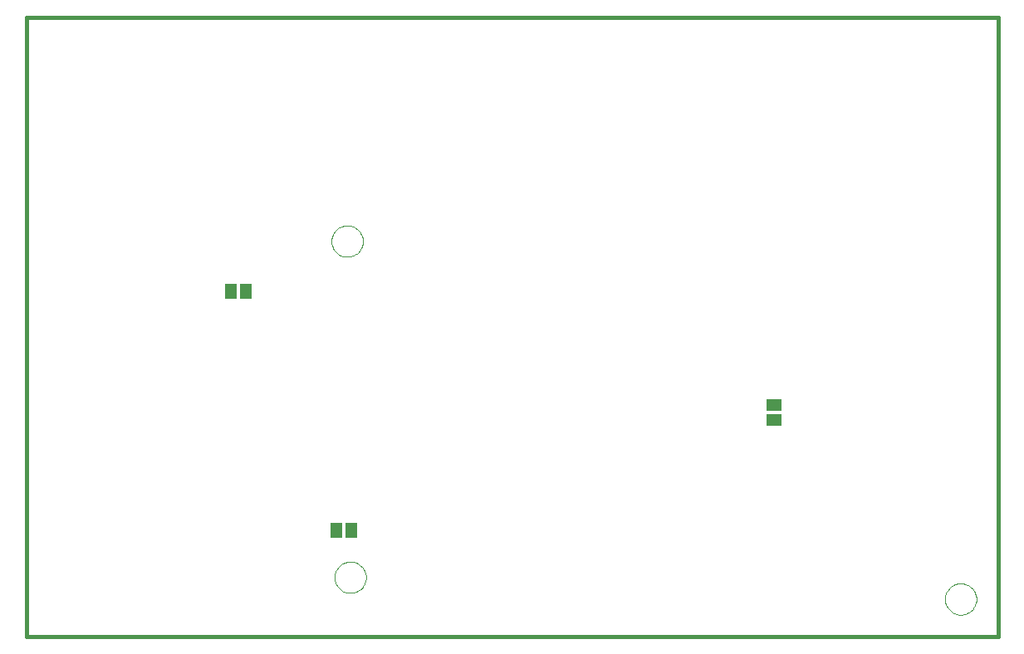
<source format=gtp>
G75*
%MOIN*%
%OFA0B0*%
%FSLAX24Y24*%
%IPPOS*%
%LPD*%
%AMOC8*
5,1,8,0,0,1.08239X$1,22.5*
%
%ADD10C,0.0160*%
%ADD11C,0.0000*%
%ADD12R,0.0460X0.0630*%
%ADD13R,0.0630X0.0460*%
D10*
X003260Y001095D02*
X003260Y025966D01*
X042260Y025970D01*
X042260Y001095D01*
X003260Y001095D01*
D11*
X015630Y003470D02*
X015632Y003520D01*
X015638Y003570D01*
X015648Y003619D01*
X015662Y003667D01*
X015679Y003714D01*
X015700Y003759D01*
X015725Y003803D01*
X015753Y003844D01*
X015785Y003883D01*
X015819Y003920D01*
X015856Y003954D01*
X015896Y003984D01*
X015938Y004011D01*
X015982Y004035D01*
X016028Y004056D01*
X016075Y004072D01*
X016123Y004085D01*
X016173Y004094D01*
X016222Y004099D01*
X016273Y004100D01*
X016323Y004097D01*
X016372Y004090D01*
X016421Y004079D01*
X016469Y004064D01*
X016515Y004046D01*
X016560Y004024D01*
X016603Y003998D01*
X016644Y003969D01*
X016683Y003937D01*
X016719Y003902D01*
X016751Y003864D01*
X016781Y003824D01*
X016808Y003781D01*
X016831Y003737D01*
X016850Y003691D01*
X016866Y003643D01*
X016878Y003594D01*
X016886Y003545D01*
X016890Y003495D01*
X016890Y003445D01*
X016886Y003395D01*
X016878Y003346D01*
X016866Y003297D01*
X016850Y003249D01*
X016831Y003203D01*
X016808Y003159D01*
X016781Y003116D01*
X016751Y003076D01*
X016719Y003038D01*
X016683Y003003D01*
X016644Y002971D01*
X016603Y002942D01*
X016560Y002916D01*
X016515Y002894D01*
X016469Y002876D01*
X016421Y002861D01*
X016372Y002850D01*
X016323Y002843D01*
X016273Y002840D01*
X016222Y002841D01*
X016173Y002846D01*
X016123Y002855D01*
X016075Y002868D01*
X016028Y002884D01*
X015982Y002905D01*
X015938Y002929D01*
X015896Y002956D01*
X015856Y002986D01*
X015819Y003020D01*
X015785Y003057D01*
X015753Y003096D01*
X015725Y003137D01*
X015700Y003181D01*
X015679Y003226D01*
X015662Y003273D01*
X015648Y003321D01*
X015638Y003370D01*
X015632Y003420D01*
X015630Y003470D01*
X015505Y016970D02*
X015507Y017020D01*
X015513Y017070D01*
X015523Y017119D01*
X015537Y017167D01*
X015554Y017214D01*
X015575Y017259D01*
X015600Y017303D01*
X015628Y017344D01*
X015660Y017383D01*
X015694Y017420D01*
X015731Y017454D01*
X015771Y017484D01*
X015813Y017511D01*
X015857Y017535D01*
X015903Y017556D01*
X015950Y017572D01*
X015998Y017585D01*
X016048Y017594D01*
X016097Y017599D01*
X016148Y017600D01*
X016198Y017597D01*
X016247Y017590D01*
X016296Y017579D01*
X016344Y017564D01*
X016390Y017546D01*
X016435Y017524D01*
X016478Y017498D01*
X016519Y017469D01*
X016558Y017437D01*
X016594Y017402D01*
X016626Y017364D01*
X016656Y017324D01*
X016683Y017281D01*
X016706Y017237D01*
X016725Y017191D01*
X016741Y017143D01*
X016753Y017094D01*
X016761Y017045D01*
X016765Y016995D01*
X016765Y016945D01*
X016761Y016895D01*
X016753Y016846D01*
X016741Y016797D01*
X016725Y016749D01*
X016706Y016703D01*
X016683Y016659D01*
X016656Y016616D01*
X016626Y016576D01*
X016594Y016538D01*
X016558Y016503D01*
X016519Y016471D01*
X016478Y016442D01*
X016435Y016416D01*
X016390Y016394D01*
X016344Y016376D01*
X016296Y016361D01*
X016247Y016350D01*
X016198Y016343D01*
X016148Y016340D01*
X016097Y016341D01*
X016048Y016346D01*
X015998Y016355D01*
X015950Y016368D01*
X015903Y016384D01*
X015857Y016405D01*
X015813Y016429D01*
X015771Y016456D01*
X015731Y016486D01*
X015694Y016520D01*
X015660Y016557D01*
X015628Y016596D01*
X015600Y016637D01*
X015575Y016681D01*
X015554Y016726D01*
X015537Y016773D01*
X015523Y016821D01*
X015513Y016870D01*
X015507Y016920D01*
X015505Y016970D01*
X040130Y002595D02*
X040132Y002645D01*
X040138Y002695D01*
X040148Y002744D01*
X040162Y002792D01*
X040179Y002839D01*
X040200Y002884D01*
X040225Y002928D01*
X040253Y002969D01*
X040285Y003008D01*
X040319Y003045D01*
X040356Y003079D01*
X040396Y003109D01*
X040438Y003136D01*
X040482Y003160D01*
X040528Y003181D01*
X040575Y003197D01*
X040623Y003210D01*
X040673Y003219D01*
X040722Y003224D01*
X040773Y003225D01*
X040823Y003222D01*
X040872Y003215D01*
X040921Y003204D01*
X040969Y003189D01*
X041015Y003171D01*
X041060Y003149D01*
X041103Y003123D01*
X041144Y003094D01*
X041183Y003062D01*
X041219Y003027D01*
X041251Y002989D01*
X041281Y002949D01*
X041308Y002906D01*
X041331Y002862D01*
X041350Y002816D01*
X041366Y002768D01*
X041378Y002719D01*
X041386Y002670D01*
X041390Y002620D01*
X041390Y002570D01*
X041386Y002520D01*
X041378Y002471D01*
X041366Y002422D01*
X041350Y002374D01*
X041331Y002328D01*
X041308Y002284D01*
X041281Y002241D01*
X041251Y002201D01*
X041219Y002163D01*
X041183Y002128D01*
X041144Y002096D01*
X041103Y002067D01*
X041060Y002041D01*
X041015Y002019D01*
X040969Y002001D01*
X040921Y001986D01*
X040872Y001975D01*
X040823Y001968D01*
X040773Y001965D01*
X040722Y001966D01*
X040673Y001971D01*
X040623Y001980D01*
X040575Y001993D01*
X040528Y002009D01*
X040482Y002030D01*
X040438Y002054D01*
X040396Y002081D01*
X040356Y002111D01*
X040319Y002145D01*
X040285Y002182D01*
X040253Y002221D01*
X040225Y002262D01*
X040200Y002306D01*
X040179Y002351D01*
X040162Y002398D01*
X040148Y002446D01*
X040138Y002495D01*
X040132Y002545D01*
X040130Y002595D01*
D12*
X016310Y005345D03*
X015710Y005345D03*
X012060Y014970D03*
X011460Y014970D03*
D13*
X033260Y010395D03*
X033260Y009795D03*
M02*

</source>
